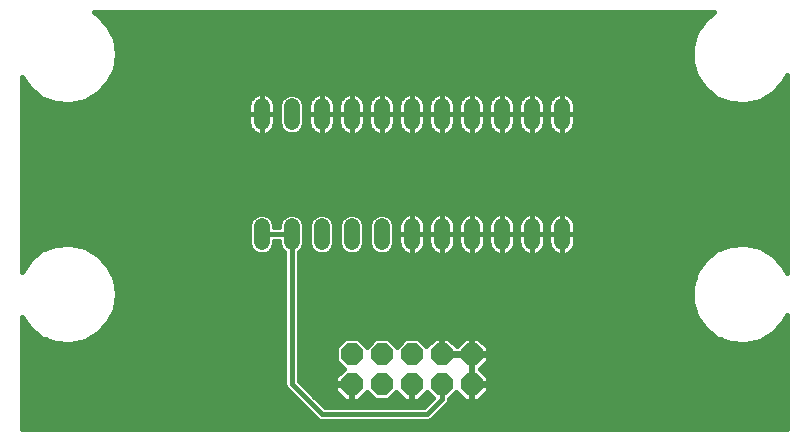
<source format=gbl>
G75*
G70*
%OFA0B0*%
%FSLAX24Y24*%
%IPPOS*%
%LPD*%
%AMOC8*
5,1,8,0,0,1.08239X$1,22.5*
%
%ADD10C,0.0520*%
%ADD11OC8,0.0740*%
%ADD12C,0.0160*%
D10*
X008600Y006840D02*
X008600Y007360D01*
X009600Y007360D02*
X009600Y006840D01*
X010600Y006840D02*
X010600Y007360D01*
X011600Y007360D02*
X011600Y006840D01*
X012600Y006840D02*
X012600Y007360D01*
X013600Y007360D02*
X013600Y006840D01*
X014600Y006840D02*
X014600Y007360D01*
X015600Y007360D02*
X015600Y006840D01*
X016600Y006840D02*
X016600Y007360D01*
X017600Y007360D02*
X017600Y006840D01*
X018600Y006840D02*
X018600Y007360D01*
X018600Y010840D02*
X018600Y011360D01*
X017600Y011360D02*
X017600Y010840D01*
X016600Y010840D02*
X016600Y011360D01*
X015600Y011360D02*
X015600Y010840D01*
X014600Y010840D02*
X014600Y011360D01*
X013600Y011360D02*
X013600Y010840D01*
X012600Y010840D02*
X012600Y011360D01*
X011600Y011360D02*
X011600Y010840D01*
X010600Y010840D02*
X010600Y011360D01*
X009600Y011360D02*
X009600Y010840D01*
X008600Y010840D02*
X008600Y011360D01*
D11*
X011600Y003100D03*
X012600Y003100D03*
X013600Y003100D03*
X014600Y003100D03*
X015600Y003100D03*
X015600Y002100D03*
X014600Y002100D03*
X013600Y002100D03*
X012600Y002100D03*
X011600Y002100D03*
D12*
X000600Y000600D02*
X026100Y000600D01*
X026100Y004386D01*
X025988Y004154D01*
X025988Y004154D01*
X025647Y003787D01*
X025647Y003787D01*
X025214Y003536D01*
X025214Y003536D01*
X024726Y003425D01*
X024726Y003425D01*
X024226Y003462D01*
X024226Y003462D01*
X023760Y003645D01*
X023760Y003645D01*
X023368Y003957D01*
X023368Y003957D01*
X023368Y003957D01*
X023086Y004371D01*
X023086Y004371D01*
X022939Y004850D01*
X022939Y005350D01*
X023086Y005829D01*
X023086Y005829D01*
X023368Y006243D01*
X023368Y006243D01*
X023368Y006243D01*
X023760Y006555D01*
X023760Y006555D01*
X024226Y006738D01*
X024226Y006738D01*
X024726Y006775D01*
X024726Y006775D01*
X025214Y006664D01*
X025214Y006664D01*
X025647Y006413D01*
X025988Y006046D01*
X025988Y006046D01*
X026100Y005814D01*
X026100Y012386D01*
X025988Y012154D01*
X025988Y012154D01*
X025647Y011787D01*
X025647Y011787D01*
X025647Y011787D01*
X025214Y011536D01*
X025214Y011536D01*
X024726Y011425D01*
X024726Y011425D01*
X024226Y011462D01*
X024226Y011462D01*
X023760Y011645D01*
X023760Y011645D01*
X023368Y011957D01*
X023368Y011957D01*
X023368Y011957D01*
X023086Y012371D01*
X023086Y012371D01*
X022939Y012850D01*
X022939Y013350D01*
X023086Y013829D01*
X023086Y013829D01*
X023368Y014243D01*
X023368Y014243D01*
X023368Y014243D01*
X023679Y014490D01*
X003015Y014490D01*
X003147Y014413D01*
X003147Y014413D01*
X003488Y014046D01*
X003488Y014046D01*
X003705Y013595D01*
X003705Y013595D01*
X003780Y013100D01*
X003705Y012605D01*
X003705Y012605D01*
X003488Y012154D01*
X003488Y012154D01*
X003147Y011787D01*
X003147Y011787D01*
X003147Y011787D01*
X002714Y011536D01*
X002714Y011536D01*
X002226Y011425D01*
X002226Y011425D01*
X001726Y011462D01*
X001726Y011462D01*
X001260Y011645D01*
X001260Y011645D01*
X000868Y011957D01*
X000868Y011957D01*
X000868Y011957D01*
X000600Y012351D01*
X000600Y005849D01*
X000868Y006243D01*
X000868Y006243D01*
X001260Y006555D01*
X001260Y006555D01*
X001726Y006738D01*
X001726Y006738D01*
X002226Y006775D01*
X002226Y006775D01*
X002714Y006664D01*
X002714Y006664D01*
X003147Y006413D01*
X003147Y006413D01*
X003488Y006046D01*
X003488Y006046D01*
X003705Y005595D01*
X003705Y005595D01*
X003780Y005100D01*
X003705Y004605D01*
X003705Y004605D01*
X003488Y004154D01*
X003488Y004154D01*
X003147Y003787D01*
X002714Y003536D01*
X002714Y003536D01*
X002226Y003425D01*
X001726Y003462D01*
X001260Y003645D01*
X001260Y003645D01*
X000868Y003957D01*
X000868Y003957D01*
X000868Y003957D01*
X000600Y004351D01*
X000600Y000600D01*
X000600Y000734D02*
X026100Y000734D01*
X026100Y000893D02*
X014226Y000893D01*
X014236Y000897D02*
X014736Y001397D01*
X014803Y001464D01*
X014840Y001552D01*
X014840Y001590D01*
X015086Y001836D01*
X015372Y001550D01*
X015580Y001550D01*
X015580Y002080D01*
X015620Y002080D01*
X015620Y002120D01*
X016150Y002120D01*
X016150Y002328D01*
X015878Y002600D01*
X016150Y002872D01*
X016150Y003080D01*
X015620Y003080D01*
X015620Y003120D01*
X016150Y003120D01*
X016150Y003328D01*
X015828Y003650D01*
X015620Y003650D01*
X015620Y003120D01*
X015580Y003120D01*
X015580Y003650D01*
X015372Y003650D01*
X015100Y003378D01*
X014828Y003650D01*
X014620Y003650D01*
X014620Y003120D01*
X014580Y003120D01*
X014580Y003650D01*
X014372Y003650D01*
X014086Y003364D01*
X013820Y003630D01*
X013380Y003630D01*
X013100Y003350D01*
X012820Y003630D01*
X012380Y003630D01*
X012100Y003350D01*
X011820Y003630D01*
X011380Y003630D01*
X011070Y003320D01*
X011070Y002880D01*
X011336Y002614D01*
X011050Y002328D01*
X011050Y002120D01*
X011580Y002120D01*
X011580Y002080D01*
X011620Y002080D01*
X011620Y001550D01*
X011828Y001550D01*
X012114Y001836D01*
X012380Y001570D01*
X012820Y001570D01*
X013086Y001836D01*
X013372Y001550D01*
X013580Y001550D01*
X013580Y002080D01*
X013620Y002080D01*
X013620Y001550D01*
X013828Y001550D01*
X014114Y001836D01*
X014306Y001645D01*
X014001Y001340D01*
X010699Y001340D01*
X009840Y002199D01*
X009840Y006486D01*
X009956Y006602D01*
X010020Y006756D01*
X010020Y007444D01*
X009956Y007598D01*
X009838Y007716D01*
X009684Y007780D01*
X009516Y007780D01*
X009362Y007716D01*
X009244Y007598D01*
X009180Y007444D01*
X009180Y007340D01*
X009020Y007340D01*
X009020Y007444D01*
X008956Y007598D01*
X008838Y007716D01*
X008684Y007780D01*
X008516Y007780D01*
X008362Y007716D01*
X008244Y007598D01*
X008180Y007444D01*
X008180Y006756D01*
X008244Y006602D01*
X008362Y006484D01*
X008516Y006420D01*
X008684Y006420D01*
X008838Y006484D01*
X008956Y006602D01*
X009020Y006756D01*
X009020Y006860D01*
X009180Y006860D01*
X009180Y006756D01*
X009244Y006602D01*
X009360Y006486D01*
X009360Y002052D01*
X009397Y001964D01*
X010397Y000964D01*
X010464Y000897D01*
X010552Y000860D01*
X014148Y000860D01*
X014236Y000897D01*
X014390Y001051D02*
X026100Y001051D01*
X026100Y001210D02*
X014549Y001210D01*
X014707Y001368D02*
X026100Y001368D01*
X026100Y001527D02*
X014829Y001527D01*
X014935Y001685D02*
X015237Y001685D01*
X015580Y001685D02*
X015620Y001685D01*
X015620Y001550D02*
X015828Y001550D01*
X016150Y001872D01*
X016150Y002080D01*
X015620Y002080D01*
X015620Y001550D01*
X015963Y001685D02*
X026100Y001685D01*
X026100Y001844D02*
X016121Y001844D01*
X016150Y002002D02*
X026100Y002002D01*
X026100Y002161D02*
X016150Y002161D01*
X016150Y002319D02*
X026100Y002319D01*
X026100Y002478D02*
X016000Y002478D01*
X015914Y002636D02*
X026100Y002636D01*
X026100Y002795D02*
X016072Y002795D01*
X016150Y002953D02*
X026100Y002953D01*
X026100Y003112D02*
X015620Y003112D01*
X015620Y003080D02*
X015620Y002120D01*
X015580Y002120D01*
X015580Y002650D01*
X015580Y003080D01*
X015620Y003080D01*
X015580Y003080D02*
X015150Y003080D01*
X014620Y003080D01*
X014620Y003120D01*
X015580Y003120D01*
X015580Y003080D01*
X015580Y003112D02*
X014620Y003112D01*
X014620Y003270D02*
X014580Y003270D01*
X014580Y003429D02*
X014620Y003429D01*
X014620Y003587D02*
X014580Y003587D01*
X014309Y003587D02*
X013863Y003587D01*
X014021Y003429D02*
X014151Y003429D01*
X014891Y003587D02*
X015309Y003587D01*
X015151Y003429D02*
X015049Y003429D01*
X015580Y003429D02*
X015620Y003429D01*
X015620Y003587D02*
X015580Y003587D01*
X015891Y003587D02*
X023908Y003587D01*
X023634Y003746D02*
X009840Y003746D01*
X009840Y003904D02*
X023435Y003904D01*
X023297Y004063D02*
X009840Y004063D01*
X009360Y004063D02*
X003404Y004063D01*
X003256Y003904D02*
X009360Y003904D01*
X009360Y003746D02*
X003076Y003746D01*
X002802Y003587D02*
X009360Y003587D01*
X009360Y003429D02*
X002242Y003429D01*
X002175Y003429D02*
X000600Y003429D01*
X000600Y003587D02*
X001408Y003587D01*
X001134Y003746D02*
X000600Y003746D01*
X000600Y003904D02*
X000935Y003904D01*
X000797Y004063D02*
X000600Y004063D01*
X000600Y004221D02*
X000689Y004221D01*
X000600Y003270D02*
X009360Y003270D01*
X009360Y003112D02*
X000600Y003112D01*
X000600Y002953D02*
X009360Y002953D01*
X009360Y002795D02*
X000600Y002795D01*
X000600Y002636D02*
X009360Y002636D01*
X009360Y002478D02*
X000600Y002478D01*
X000600Y002319D02*
X009360Y002319D01*
X009360Y002161D02*
X000600Y002161D01*
X000600Y002002D02*
X009381Y002002D01*
X009517Y001844D02*
X000600Y001844D01*
X000600Y001685D02*
X009676Y001685D01*
X009834Y001527D02*
X000600Y001527D01*
X000600Y001368D02*
X009993Y001368D01*
X010151Y001210D02*
X000600Y001210D01*
X000600Y001051D02*
X010310Y001051D01*
X010474Y000893D02*
X000600Y000893D01*
X003521Y004221D02*
X009360Y004221D01*
X009360Y004380D02*
X003597Y004380D01*
X003673Y004538D02*
X009360Y004538D01*
X009360Y004697D02*
X003719Y004697D01*
X003743Y004855D02*
X009360Y004855D01*
X009360Y005014D02*
X003767Y005014D01*
X003769Y005172D02*
X009360Y005172D01*
X009360Y005331D02*
X003745Y005331D01*
X003721Y005489D02*
X009360Y005489D01*
X009360Y005648D02*
X003680Y005648D01*
X003604Y005806D02*
X009360Y005806D01*
X009360Y005965D02*
X003528Y005965D01*
X003417Y006123D02*
X009360Y006123D01*
X009360Y006282D02*
X003270Y006282D01*
X003102Y006440D02*
X008468Y006440D01*
X008732Y006440D02*
X009360Y006440D01*
X009248Y006599D02*
X008952Y006599D01*
X009020Y006757D02*
X009180Y006757D01*
X009840Y006440D02*
X010468Y006440D01*
X010516Y006420D02*
X010684Y006420D01*
X010838Y006484D01*
X010956Y006602D01*
X011020Y006756D01*
X011020Y007444D01*
X010956Y007598D01*
X010838Y007716D01*
X010684Y007780D01*
X010516Y007780D01*
X010362Y007716D01*
X010244Y007598D01*
X010180Y007444D01*
X010180Y006756D01*
X010244Y006602D01*
X010362Y006484D01*
X010516Y006420D01*
X010732Y006440D02*
X011468Y006440D01*
X011516Y006420D02*
X011362Y006484D01*
X011244Y006602D01*
X011180Y006756D01*
X011180Y007444D01*
X011244Y007598D01*
X011362Y007716D01*
X011516Y007780D01*
X011684Y007780D01*
X011838Y007716D01*
X011956Y007598D01*
X012020Y007444D01*
X012020Y006756D01*
X011956Y006602D01*
X011838Y006484D01*
X011684Y006420D01*
X011516Y006420D01*
X011732Y006440D02*
X012468Y006440D01*
X012516Y006420D02*
X012684Y006420D01*
X012838Y006484D01*
X012956Y006602D01*
X013020Y006756D01*
X013020Y007444D01*
X012956Y007598D01*
X012838Y007716D01*
X012684Y007780D01*
X012516Y007780D01*
X012362Y007716D01*
X012244Y007598D01*
X012180Y007444D01*
X012180Y006756D01*
X012244Y006602D01*
X012362Y006484D01*
X012516Y006420D01*
X012732Y006440D02*
X013416Y006440D01*
X013431Y006432D02*
X013497Y006411D01*
X013565Y006400D01*
X013600Y006400D01*
X013635Y006400D01*
X013703Y006411D01*
X013769Y006432D01*
X013831Y006464D01*
X013887Y006504D01*
X013936Y006553D01*
X013976Y006609D01*
X014008Y006671D01*
X014029Y006737D01*
X014040Y006805D01*
X014040Y007100D01*
X014040Y007395D01*
X014029Y007463D01*
X014008Y007529D01*
X013976Y007591D01*
X013936Y007647D01*
X013887Y007696D01*
X013831Y007736D01*
X013769Y007768D01*
X013703Y007789D01*
X013635Y007800D01*
X013600Y007800D01*
X013600Y007100D01*
X014040Y007100D01*
X013600Y007100D01*
X013600Y007100D01*
X013600Y007100D01*
X013600Y006400D01*
X013600Y007100D01*
X013600Y007100D01*
X013600Y007100D01*
X013160Y007100D01*
X013160Y007395D01*
X013171Y007463D01*
X013192Y007529D01*
X013224Y007591D01*
X013264Y007647D01*
X013313Y007696D01*
X013369Y007736D01*
X013431Y007768D01*
X013497Y007789D01*
X013565Y007800D01*
X013600Y007800D01*
X013600Y007100D01*
X013160Y007100D01*
X013160Y006805D01*
X013171Y006737D01*
X013192Y006671D01*
X013224Y006609D01*
X013264Y006553D01*
X013313Y006504D01*
X013369Y006464D01*
X013431Y006432D01*
X013600Y006440D02*
X013600Y006440D01*
X013600Y006599D02*
X013600Y006599D01*
X013600Y006757D02*
X013600Y006757D01*
X013600Y006916D02*
X013600Y006916D01*
X013600Y007074D02*
X013600Y007074D01*
X013600Y007233D02*
X013600Y007233D01*
X013160Y007233D02*
X013020Y007233D01*
X013020Y007074D02*
X013160Y007074D01*
X013160Y006916D02*
X013020Y006916D01*
X013020Y006757D02*
X013168Y006757D01*
X013232Y006599D02*
X012952Y006599D01*
X012248Y006599D02*
X011952Y006599D01*
X012020Y006757D02*
X012180Y006757D01*
X012180Y006916D02*
X012020Y006916D01*
X012020Y007074D02*
X012180Y007074D01*
X012180Y007233D02*
X012020Y007233D01*
X012020Y007391D02*
X012180Y007391D01*
X012224Y007550D02*
X011976Y007550D01*
X011846Y007708D02*
X012354Y007708D01*
X012846Y007708D02*
X013330Y007708D01*
X013203Y007550D02*
X012976Y007550D01*
X013020Y007391D02*
X013160Y007391D01*
X013600Y007391D02*
X013600Y007391D01*
X013600Y007550D02*
X013600Y007550D01*
X013600Y007708D02*
X013600Y007708D01*
X013870Y007708D02*
X014330Y007708D01*
X014313Y007696D02*
X014264Y007647D01*
X014224Y007591D01*
X014192Y007529D01*
X014171Y007463D01*
X014160Y007395D01*
X014160Y007100D01*
X014600Y007100D01*
X015040Y007100D01*
X015040Y007395D01*
X015029Y007463D01*
X015008Y007529D01*
X014976Y007591D01*
X014936Y007647D01*
X014887Y007696D01*
X014831Y007736D01*
X014769Y007768D01*
X014703Y007789D01*
X014635Y007800D01*
X014600Y007800D01*
X014600Y007100D01*
X014600Y007100D01*
X014600Y007100D01*
X015040Y007100D01*
X015040Y006805D01*
X015029Y006737D01*
X015008Y006671D01*
X014976Y006609D01*
X014936Y006553D01*
X014887Y006504D01*
X014831Y006464D01*
X014769Y006432D01*
X014703Y006411D01*
X014635Y006400D01*
X014600Y006400D01*
X014600Y007100D01*
X014600Y007100D01*
X014600Y007100D01*
X014600Y007800D01*
X014565Y007800D01*
X014497Y007789D01*
X014431Y007768D01*
X014369Y007736D01*
X014313Y007696D01*
X014203Y007550D02*
X013997Y007550D01*
X014040Y007391D02*
X014160Y007391D01*
X014600Y007391D02*
X014600Y007391D01*
X014600Y007550D02*
X014600Y007550D01*
X014600Y007708D02*
X014600Y007708D01*
X014870Y007708D02*
X015330Y007708D01*
X015313Y007696D02*
X015264Y007647D01*
X015224Y007591D01*
X015192Y007529D01*
X015171Y007463D01*
X015160Y007395D01*
X015160Y007100D01*
X015600Y007100D01*
X016040Y007100D01*
X016040Y007395D01*
X016029Y007463D01*
X016008Y007529D01*
X015976Y007591D01*
X015936Y007647D01*
X015887Y007696D01*
X015831Y007736D01*
X015769Y007768D01*
X015703Y007789D01*
X015635Y007800D01*
X015600Y007800D01*
X015600Y007100D01*
X015600Y007100D01*
X015600Y007100D01*
X016040Y007100D01*
X016040Y006805D01*
X016029Y006737D01*
X016008Y006671D01*
X015976Y006609D01*
X015936Y006553D01*
X015887Y006504D01*
X015831Y006464D01*
X015769Y006432D01*
X015703Y006411D01*
X015635Y006400D01*
X015600Y006400D01*
X015600Y007100D01*
X015600Y007100D01*
X015600Y007100D01*
X015600Y007800D01*
X015565Y007800D01*
X015497Y007789D01*
X015431Y007768D01*
X015369Y007736D01*
X015313Y007696D01*
X015203Y007550D02*
X014997Y007550D01*
X015040Y007391D02*
X015160Y007391D01*
X015160Y007233D02*
X015040Y007233D01*
X015040Y007074D02*
X015160Y007074D01*
X015160Y007100D02*
X015160Y006805D01*
X015171Y006737D01*
X015192Y006671D01*
X015224Y006609D01*
X015264Y006553D01*
X015313Y006504D01*
X015369Y006464D01*
X015431Y006432D01*
X015497Y006411D01*
X015565Y006400D01*
X015600Y006400D01*
X015600Y007100D01*
X015160Y007100D01*
X015160Y006916D02*
X015040Y006916D01*
X015032Y006757D02*
X015168Y006757D01*
X015232Y006599D02*
X014968Y006599D01*
X014784Y006440D02*
X015416Y006440D01*
X015600Y006440D02*
X015600Y006440D01*
X015600Y006599D02*
X015600Y006599D01*
X015600Y006757D02*
X015600Y006757D01*
X015600Y006916D02*
X015600Y006916D01*
X015600Y007074D02*
X015600Y007074D01*
X015600Y007233D02*
X015600Y007233D01*
X015600Y007391D02*
X015600Y007391D01*
X015600Y007550D02*
X015600Y007550D01*
X015600Y007708D02*
X015600Y007708D01*
X015870Y007708D02*
X016330Y007708D01*
X016313Y007696D02*
X016264Y007647D01*
X016224Y007591D01*
X016192Y007529D01*
X016171Y007463D01*
X016160Y007395D01*
X016160Y007100D01*
X016600Y007100D01*
X017040Y007100D01*
X017040Y007395D01*
X017029Y007463D01*
X017008Y007529D01*
X016976Y007591D01*
X016936Y007647D01*
X016887Y007696D01*
X016831Y007736D01*
X016769Y007768D01*
X016703Y007789D01*
X016635Y007800D01*
X016600Y007800D01*
X016600Y007100D01*
X016600Y007100D01*
X016600Y007100D01*
X017040Y007100D01*
X017040Y006805D01*
X017029Y006737D01*
X017008Y006671D01*
X016976Y006609D01*
X016936Y006553D01*
X016887Y006504D01*
X016831Y006464D01*
X016769Y006432D01*
X016703Y006411D01*
X016635Y006400D01*
X016600Y006400D01*
X016600Y007100D01*
X016600Y007100D01*
X016600Y007100D01*
X016600Y007800D01*
X016565Y007800D01*
X016497Y007789D01*
X016431Y007768D01*
X016369Y007736D01*
X016313Y007696D01*
X016203Y007550D02*
X015997Y007550D01*
X016040Y007391D02*
X016160Y007391D01*
X016160Y007233D02*
X016040Y007233D01*
X016040Y007074D02*
X016160Y007074D01*
X016160Y007100D02*
X016160Y006805D01*
X016171Y006737D01*
X016192Y006671D01*
X016224Y006609D01*
X016264Y006553D01*
X016313Y006504D01*
X016369Y006464D01*
X016431Y006432D01*
X016497Y006411D01*
X016565Y006400D01*
X016600Y006400D01*
X016600Y007100D01*
X016160Y007100D01*
X016160Y006916D02*
X016040Y006916D01*
X016032Y006757D02*
X016168Y006757D01*
X016232Y006599D02*
X015968Y006599D01*
X015784Y006440D02*
X016416Y006440D01*
X016600Y006440D02*
X016600Y006440D01*
X016600Y006599D02*
X016600Y006599D01*
X016600Y006757D02*
X016600Y006757D01*
X016600Y006916D02*
X016600Y006916D01*
X016600Y007074D02*
X016600Y007074D01*
X016600Y007233D02*
X016600Y007233D01*
X017040Y007233D02*
X017160Y007233D01*
X017160Y007100D02*
X017600Y007100D01*
X018040Y007100D01*
X018040Y007395D01*
X018029Y007463D01*
X018008Y007529D01*
X017976Y007591D01*
X017936Y007647D01*
X017887Y007696D01*
X017831Y007736D01*
X017769Y007768D01*
X017703Y007789D01*
X017635Y007800D01*
X017600Y007800D01*
X017600Y007100D01*
X017600Y007100D01*
X017600Y007100D01*
X018040Y007100D01*
X018040Y006805D01*
X018029Y006737D01*
X018008Y006671D01*
X017976Y006609D01*
X017936Y006553D01*
X017887Y006504D01*
X017831Y006464D01*
X017769Y006432D01*
X017703Y006411D01*
X017635Y006400D01*
X017600Y006400D01*
X017600Y007100D01*
X017600Y007100D01*
X017600Y007100D01*
X017600Y007800D01*
X017565Y007800D01*
X017497Y007789D01*
X017431Y007768D01*
X017369Y007736D01*
X017313Y007696D01*
X017264Y007647D01*
X017224Y007591D01*
X017192Y007529D01*
X017171Y007463D01*
X017160Y007395D01*
X017160Y007100D01*
X017160Y006805D01*
X017171Y006737D01*
X017192Y006671D01*
X017224Y006609D01*
X017264Y006553D01*
X017313Y006504D01*
X017369Y006464D01*
X017431Y006432D01*
X017497Y006411D01*
X017565Y006400D01*
X017600Y006400D01*
X017600Y007100D01*
X017160Y007100D01*
X017160Y007074D02*
X017040Y007074D01*
X017040Y006916D02*
X017160Y006916D01*
X017168Y006757D02*
X017032Y006757D01*
X016968Y006599D02*
X017232Y006599D01*
X017416Y006440D02*
X016784Y006440D01*
X017600Y006440D02*
X017600Y006440D01*
X017600Y006599D02*
X017600Y006599D01*
X017600Y006757D02*
X017600Y006757D01*
X017600Y006916D02*
X017600Y006916D01*
X017600Y007074D02*
X017600Y007074D01*
X017600Y007233D02*
X017600Y007233D01*
X017600Y007391D02*
X017600Y007391D01*
X017600Y007550D02*
X017600Y007550D01*
X017600Y007708D02*
X017600Y007708D01*
X017330Y007708D02*
X016870Y007708D01*
X016997Y007550D02*
X017203Y007550D01*
X017160Y007391D02*
X017040Y007391D01*
X016600Y007391D02*
X016600Y007391D01*
X016600Y007550D02*
X016600Y007550D01*
X016600Y007708D02*
X016600Y007708D01*
X017870Y007708D02*
X018330Y007708D01*
X018313Y007696D02*
X018264Y007647D01*
X018224Y007591D01*
X018192Y007529D01*
X018171Y007463D01*
X018160Y007395D01*
X018160Y007100D01*
X018600Y007100D01*
X019040Y007100D01*
X019040Y007395D01*
X019029Y007463D01*
X019008Y007529D01*
X018976Y007591D01*
X018936Y007647D01*
X018887Y007696D01*
X018831Y007736D01*
X018769Y007768D01*
X018703Y007789D01*
X018635Y007800D01*
X018600Y007800D01*
X018600Y007100D01*
X018600Y007100D01*
X018600Y007100D01*
X019040Y007100D01*
X019040Y006805D01*
X019029Y006737D01*
X019008Y006671D01*
X018976Y006609D01*
X018936Y006553D01*
X018887Y006504D01*
X018831Y006464D01*
X018769Y006432D01*
X018703Y006411D01*
X018635Y006400D01*
X018600Y006400D01*
X018600Y007100D01*
X018600Y007100D01*
X018600Y007100D01*
X018600Y007800D01*
X018565Y007800D01*
X018497Y007789D01*
X018431Y007768D01*
X018369Y007736D01*
X018313Y007696D01*
X018203Y007550D02*
X017997Y007550D01*
X018040Y007391D02*
X018160Y007391D01*
X018600Y007391D02*
X018600Y007391D01*
X018600Y007550D02*
X018600Y007550D01*
X018600Y007708D02*
X018600Y007708D01*
X018870Y007708D02*
X026100Y007708D01*
X026100Y007550D02*
X018997Y007550D01*
X019040Y007391D02*
X026100Y007391D01*
X026100Y007233D02*
X019040Y007233D01*
X019040Y007074D02*
X026100Y007074D01*
X026100Y006916D02*
X019040Y006916D01*
X019032Y006757D02*
X024481Y006757D01*
X024806Y006757D02*
X026100Y006757D01*
X026100Y006599D02*
X025327Y006599D01*
X025602Y006440D02*
X026100Y006440D01*
X026100Y006282D02*
X025770Y006282D01*
X025917Y006123D02*
X026100Y006123D01*
X026100Y005965D02*
X026028Y005965D01*
X023871Y006599D02*
X018968Y006599D01*
X018784Y006440D02*
X023616Y006440D01*
X023417Y006282D02*
X009840Y006282D01*
X009840Y006123D02*
X023287Y006123D01*
X023179Y005965D02*
X009840Y005965D01*
X009840Y005806D02*
X023079Y005806D01*
X023030Y005648D02*
X009840Y005648D01*
X009840Y005489D02*
X022982Y005489D01*
X022939Y005331D02*
X009840Y005331D01*
X009840Y005172D02*
X022939Y005172D01*
X022939Y005014D02*
X009840Y005014D01*
X009840Y004855D02*
X022939Y004855D01*
X022986Y004697D02*
X009840Y004697D01*
X009840Y004538D02*
X023035Y004538D01*
X023084Y004380D02*
X009840Y004380D01*
X009840Y004221D02*
X023189Y004221D01*
X024675Y003429D02*
X016049Y003429D01*
X016150Y003270D02*
X026100Y003270D01*
X026100Y003429D02*
X024742Y003429D01*
X025302Y003587D02*
X026100Y003587D01*
X026100Y003746D02*
X025576Y003746D01*
X025756Y003904D02*
X026100Y003904D01*
X026100Y004063D02*
X025904Y004063D01*
X026021Y004221D02*
X026100Y004221D01*
X026097Y004380D02*
X026100Y004380D01*
X026100Y007867D02*
X000600Y007867D01*
X000600Y008025D02*
X026100Y008025D01*
X026100Y008184D02*
X000600Y008184D01*
X000600Y008342D02*
X026100Y008342D01*
X026100Y008501D02*
X000600Y008501D01*
X000600Y008659D02*
X026100Y008659D01*
X026100Y008818D02*
X000600Y008818D01*
X000600Y008976D02*
X026100Y008976D01*
X026100Y009135D02*
X000600Y009135D01*
X000600Y009293D02*
X026100Y009293D01*
X026100Y009452D02*
X000600Y009452D01*
X000600Y009610D02*
X026100Y009610D01*
X026100Y009769D02*
X000600Y009769D01*
X000600Y009927D02*
X026100Y009927D01*
X026100Y010086D02*
X000600Y010086D01*
X000600Y010244D02*
X026100Y010244D01*
X026100Y010403D02*
X018651Y010403D01*
X018635Y010400D02*
X018703Y010411D01*
X018769Y010432D01*
X018831Y010464D01*
X018887Y010504D01*
X018936Y010553D01*
X018976Y010609D01*
X019008Y010671D01*
X019029Y010737D01*
X019040Y010805D01*
X019040Y011100D01*
X019040Y011395D01*
X019029Y011463D01*
X019008Y011529D01*
X018976Y011591D01*
X018936Y011647D01*
X018887Y011696D01*
X018831Y011736D01*
X018769Y011768D01*
X018703Y011789D01*
X018635Y011800D01*
X018600Y011800D01*
X018600Y011100D01*
X019040Y011100D01*
X018600Y011100D01*
X018600Y011100D01*
X018600Y011100D01*
X018600Y010400D01*
X018635Y010400D01*
X018600Y010400D02*
X018600Y011100D01*
X018600Y011100D01*
X018600Y011100D01*
X018160Y011100D01*
X018160Y011395D01*
X018171Y011463D01*
X018192Y011529D01*
X018224Y011591D01*
X018264Y011647D01*
X018313Y011696D01*
X018369Y011736D01*
X018431Y011768D01*
X018497Y011789D01*
X018565Y011800D01*
X018600Y011800D01*
X018600Y011100D01*
X018160Y011100D01*
X018160Y010805D01*
X018171Y010737D01*
X018192Y010671D01*
X018224Y010609D01*
X018264Y010553D01*
X018313Y010504D01*
X018369Y010464D01*
X018431Y010432D01*
X018497Y010411D01*
X018565Y010400D01*
X018600Y010400D01*
X018600Y010403D02*
X018600Y010403D01*
X018549Y010403D02*
X017651Y010403D01*
X017635Y010400D02*
X017703Y010411D01*
X017769Y010432D01*
X017831Y010464D01*
X017887Y010504D01*
X017936Y010553D01*
X017976Y010609D01*
X018008Y010671D01*
X018029Y010737D01*
X018040Y010805D01*
X018040Y011100D01*
X018040Y011395D01*
X018029Y011463D01*
X018008Y011529D01*
X017976Y011591D01*
X017936Y011647D01*
X017887Y011696D01*
X017831Y011736D01*
X017769Y011768D01*
X017703Y011789D01*
X017635Y011800D01*
X017600Y011800D01*
X017600Y011100D01*
X018040Y011100D01*
X017600Y011100D01*
X017600Y011100D01*
X017600Y011100D01*
X017600Y010400D01*
X017635Y010400D01*
X017600Y010400D02*
X017600Y011100D01*
X017600Y011100D01*
X017600Y011100D01*
X017160Y011100D01*
X017160Y011395D01*
X017171Y011463D01*
X017192Y011529D01*
X017224Y011591D01*
X017264Y011647D01*
X017313Y011696D01*
X017369Y011736D01*
X017431Y011768D01*
X017497Y011789D01*
X017565Y011800D01*
X017600Y011800D01*
X017600Y011100D01*
X017160Y011100D01*
X017160Y010805D01*
X017171Y010737D01*
X017192Y010671D01*
X017224Y010609D01*
X017264Y010553D01*
X017313Y010504D01*
X017369Y010464D01*
X017431Y010432D01*
X017497Y010411D01*
X017565Y010400D01*
X017600Y010400D01*
X017600Y010403D02*
X017600Y010403D01*
X017549Y010403D02*
X016651Y010403D01*
X016635Y010400D02*
X016703Y010411D01*
X016769Y010432D01*
X016831Y010464D01*
X016887Y010504D01*
X016936Y010553D01*
X016976Y010609D01*
X017008Y010671D01*
X017029Y010737D01*
X017040Y010805D01*
X017040Y011100D01*
X017040Y011395D01*
X017029Y011463D01*
X017008Y011529D01*
X016976Y011591D01*
X016936Y011647D01*
X016887Y011696D01*
X016831Y011736D01*
X016769Y011768D01*
X016703Y011789D01*
X016635Y011800D01*
X016600Y011800D01*
X016600Y011100D01*
X017040Y011100D01*
X016600Y011100D01*
X016600Y011100D01*
X016600Y011100D01*
X016600Y010400D01*
X016635Y010400D01*
X016600Y010400D02*
X016600Y011100D01*
X016600Y011100D01*
X016600Y011100D01*
X016160Y011100D01*
X016160Y011395D01*
X016171Y011463D01*
X016192Y011529D01*
X016224Y011591D01*
X016264Y011647D01*
X016313Y011696D01*
X016369Y011736D01*
X016431Y011768D01*
X016497Y011789D01*
X016565Y011800D01*
X016600Y011800D01*
X016600Y011100D01*
X016160Y011100D01*
X016160Y010805D01*
X016171Y010737D01*
X016192Y010671D01*
X016224Y010609D01*
X016264Y010553D01*
X016313Y010504D01*
X016369Y010464D01*
X016431Y010432D01*
X016497Y010411D01*
X016565Y010400D01*
X016600Y010400D01*
X016600Y010403D02*
X016600Y010403D01*
X016549Y010403D02*
X015651Y010403D01*
X015635Y010400D02*
X015703Y010411D01*
X015769Y010432D01*
X015831Y010464D01*
X015887Y010504D01*
X015936Y010553D01*
X015976Y010609D01*
X016008Y010671D01*
X016029Y010737D01*
X016040Y010805D01*
X016040Y011100D01*
X016040Y011395D01*
X016029Y011463D01*
X016008Y011529D01*
X015976Y011591D01*
X015936Y011647D01*
X015887Y011696D01*
X015831Y011736D01*
X015769Y011768D01*
X015703Y011789D01*
X015635Y011800D01*
X015600Y011800D01*
X015600Y011100D01*
X016040Y011100D01*
X015600Y011100D01*
X015600Y011100D01*
X015600Y011100D01*
X015600Y010400D01*
X015635Y010400D01*
X015600Y010400D02*
X015600Y011100D01*
X015600Y011100D01*
X015600Y011100D01*
X015160Y011100D01*
X015160Y011395D01*
X015171Y011463D01*
X015192Y011529D01*
X015224Y011591D01*
X015264Y011647D01*
X015313Y011696D01*
X015369Y011736D01*
X015431Y011768D01*
X015497Y011789D01*
X015565Y011800D01*
X015600Y011800D01*
X015600Y011100D01*
X015160Y011100D01*
X015160Y010805D01*
X015171Y010737D01*
X015192Y010671D01*
X015224Y010609D01*
X015264Y010553D01*
X015313Y010504D01*
X015369Y010464D01*
X015431Y010432D01*
X015497Y010411D01*
X015565Y010400D01*
X015600Y010400D01*
X015600Y010403D02*
X015600Y010403D01*
X015549Y010403D02*
X014651Y010403D01*
X014635Y010400D02*
X014703Y010411D01*
X014769Y010432D01*
X014831Y010464D01*
X014887Y010504D01*
X014936Y010553D01*
X014976Y010609D01*
X015008Y010671D01*
X015029Y010737D01*
X015040Y010805D01*
X015040Y011100D01*
X015040Y011395D01*
X015029Y011463D01*
X015008Y011529D01*
X014976Y011591D01*
X014936Y011647D01*
X014887Y011696D01*
X014831Y011736D01*
X014769Y011768D01*
X014703Y011789D01*
X014635Y011800D01*
X014600Y011800D01*
X014600Y011100D01*
X015040Y011100D01*
X014600Y011100D01*
X014600Y011100D01*
X014600Y011100D01*
X014600Y010400D01*
X014635Y010400D01*
X014600Y010400D02*
X014600Y011100D01*
X014600Y011100D01*
X014600Y011100D01*
X014160Y011100D01*
X014160Y011395D01*
X014171Y011463D01*
X014192Y011529D01*
X014224Y011591D01*
X014264Y011647D01*
X014313Y011696D01*
X014369Y011736D01*
X014431Y011768D01*
X014497Y011789D01*
X014565Y011800D01*
X014600Y011800D01*
X014600Y011100D01*
X014160Y011100D01*
X014160Y010805D01*
X014171Y010737D01*
X014192Y010671D01*
X014224Y010609D01*
X014264Y010553D01*
X014313Y010504D01*
X014369Y010464D01*
X014431Y010432D01*
X014497Y010411D01*
X014565Y010400D01*
X014600Y010400D01*
X014600Y010403D02*
X014600Y010403D01*
X014549Y010403D02*
X013651Y010403D01*
X013635Y010400D02*
X013703Y010411D01*
X013769Y010432D01*
X013831Y010464D01*
X013887Y010504D01*
X013936Y010553D01*
X013976Y010609D01*
X014008Y010671D01*
X014029Y010737D01*
X014040Y010805D01*
X014040Y011100D01*
X014040Y011395D01*
X014029Y011463D01*
X014008Y011529D01*
X013976Y011591D01*
X013936Y011647D01*
X013887Y011696D01*
X013831Y011736D01*
X013769Y011768D01*
X013703Y011789D01*
X013635Y011800D01*
X013600Y011800D01*
X013600Y011100D01*
X014040Y011100D01*
X013600Y011100D01*
X013600Y011100D01*
X013600Y011100D01*
X013600Y010400D01*
X013635Y010400D01*
X013600Y010400D02*
X013600Y011100D01*
X013600Y011100D01*
X013600Y011100D01*
X013160Y011100D01*
X013160Y011395D01*
X013171Y011463D01*
X013192Y011529D01*
X013224Y011591D01*
X013264Y011647D01*
X013313Y011696D01*
X013369Y011736D01*
X013431Y011768D01*
X013497Y011789D01*
X013565Y011800D01*
X013600Y011800D01*
X013600Y011100D01*
X013160Y011100D01*
X013160Y010805D01*
X013171Y010737D01*
X013192Y010671D01*
X013224Y010609D01*
X013264Y010553D01*
X013313Y010504D01*
X013369Y010464D01*
X013431Y010432D01*
X013497Y010411D01*
X013565Y010400D01*
X013600Y010400D01*
X013600Y010403D02*
X013600Y010403D01*
X013549Y010403D02*
X012651Y010403D01*
X012635Y010400D02*
X012703Y010411D01*
X012769Y010432D01*
X012831Y010464D01*
X012887Y010504D01*
X012936Y010553D01*
X012976Y010609D01*
X013008Y010671D01*
X013029Y010737D01*
X013040Y010805D01*
X013040Y011100D01*
X013040Y011395D01*
X013029Y011463D01*
X013008Y011529D01*
X012976Y011591D01*
X012936Y011647D01*
X012887Y011696D01*
X012831Y011736D01*
X012769Y011768D01*
X012703Y011789D01*
X012635Y011800D01*
X012600Y011800D01*
X012600Y011100D01*
X013040Y011100D01*
X012600Y011100D01*
X012600Y011100D01*
X012600Y011100D01*
X012600Y010400D01*
X012635Y010400D01*
X012600Y010400D02*
X012600Y011100D01*
X012600Y011100D01*
X012600Y011100D01*
X012160Y011100D01*
X012160Y011395D01*
X012171Y011463D01*
X012192Y011529D01*
X012224Y011591D01*
X012264Y011647D01*
X012313Y011696D01*
X012369Y011736D01*
X012431Y011768D01*
X012497Y011789D01*
X012565Y011800D01*
X012600Y011800D01*
X012600Y011100D01*
X012160Y011100D01*
X012160Y010805D01*
X012171Y010737D01*
X012192Y010671D01*
X012224Y010609D01*
X012264Y010553D01*
X012313Y010504D01*
X012369Y010464D01*
X012431Y010432D01*
X012497Y010411D01*
X012565Y010400D01*
X012600Y010400D01*
X012600Y010403D02*
X012600Y010403D01*
X012549Y010403D02*
X011651Y010403D01*
X011635Y010400D02*
X011703Y010411D01*
X011769Y010432D01*
X011831Y010464D01*
X011887Y010504D01*
X011936Y010553D01*
X011976Y010609D01*
X012008Y010671D01*
X012029Y010737D01*
X012040Y010805D01*
X012040Y011100D01*
X012040Y011395D01*
X012029Y011463D01*
X012008Y011529D01*
X011976Y011591D01*
X011936Y011647D01*
X011887Y011696D01*
X011831Y011736D01*
X011769Y011768D01*
X011703Y011789D01*
X011635Y011800D01*
X011600Y011800D01*
X011600Y011100D01*
X012040Y011100D01*
X011600Y011100D01*
X011600Y011100D01*
X011600Y011100D01*
X011600Y010400D01*
X011635Y010400D01*
X011600Y010400D02*
X011600Y011100D01*
X011600Y011100D01*
X011600Y011100D01*
X011160Y011100D01*
X011160Y011395D01*
X011171Y011463D01*
X011192Y011529D01*
X011224Y011591D01*
X011264Y011647D01*
X011313Y011696D01*
X011369Y011736D01*
X011431Y011768D01*
X011497Y011789D01*
X011565Y011800D01*
X011600Y011800D01*
X011600Y011100D01*
X011160Y011100D01*
X011160Y010805D01*
X011171Y010737D01*
X011192Y010671D01*
X011224Y010609D01*
X011264Y010553D01*
X011313Y010504D01*
X011369Y010464D01*
X011431Y010432D01*
X011497Y010411D01*
X011565Y010400D01*
X011600Y010400D01*
X011600Y010403D02*
X011600Y010403D01*
X011549Y010403D02*
X010651Y010403D01*
X010635Y010400D02*
X010703Y010411D01*
X010769Y010432D01*
X010831Y010464D01*
X010887Y010504D01*
X010936Y010553D01*
X010976Y010609D01*
X011008Y010671D01*
X011029Y010737D01*
X011040Y010805D01*
X011040Y011100D01*
X011040Y011395D01*
X011029Y011463D01*
X011008Y011529D01*
X010976Y011591D01*
X010936Y011647D01*
X010887Y011696D01*
X010831Y011736D01*
X010769Y011768D01*
X010703Y011789D01*
X010635Y011800D01*
X010600Y011800D01*
X010600Y011100D01*
X011040Y011100D01*
X010600Y011100D01*
X010600Y011100D01*
X010600Y011100D01*
X010600Y010400D01*
X010635Y010400D01*
X010600Y010400D02*
X010600Y011100D01*
X010600Y011100D01*
X010600Y011100D01*
X010160Y011100D01*
X010160Y011395D01*
X010171Y011463D01*
X010192Y011529D01*
X010224Y011591D01*
X010264Y011647D01*
X010313Y011696D01*
X010369Y011736D01*
X010431Y011768D01*
X010497Y011789D01*
X010565Y011800D01*
X010600Y011800D01*
X010600Y011100D01*
X010160Y011100D01*
X010160Y010805D01*
X010171Y010737D01*
X010192Y010671D01*
X010224Y010609D01*
X010264Y010553D01*
X010313Y010504D01*
X010369Y010464D01*
X010431Y010432D01*
X010497Y010411D01*
X010565Y010400D01*
X010600Y010400D01*
X010600Y010403D02*
X010600Y010403D01*
X010549Y010403D02*
X008651Y010403D01*
X008635Y010400D02*
X008703Y010411D01*
X008769Y010432D01*
X008831Y010464D01*
X008887Y010504D01*
X008936Y010553D01*
X008976Y010609D01*
X009008Y010671D01*
X009029Y010737D01*
X009040Y010805D01*
X009040Y011100D01*
X009040Y011395D01*
X009029Y011463D01*
X009008Y011529D01*
X008976Y011591D01*
X008936Y011647D01*
X008887Y011696D01*
X008831Y011736D01*
X008769Y011768D01*
X008703Y011789D01*
X008635Y011800D01*
X008600Y011800D01*
X008600Y011100D01*
X009040Y011100D01*
X008600Y011100D01*
X008600Y011100D01*
X008600Y011100D01*
X008600Y010400D01*
X008635Y010400D01*
X008600Y010400D02*
X008600Y011100D01*
X008600Y011100D01*
X008600Y011100D01*
X008160Y011100D01*
X008160Y011395D01*
X008171Y011463D01*
X008192Y011529D01*
X008224Y011591D01*
X008264Y011647D01*
X008313Y011696D01*
X008369Y011736D01*
X008431Y011768D01*
X008497Y011789D01*
X008565Y011800D01*
X008600Y011800D01*
X008600Y011100D01*
X008160Y011100D01*
X008160Y010805D01*
X008171Y010737D01*
X008192Y010671D01*
X008224Y010609D01*
X008264Y010553D01*
X008313Y010504D01*
X008369Y010464D01*
X008431Y010432D01*
X008497Y010411D01*
X008565Y010400D01*
X008600Y010400D01*
X008600Y010403D02*
X008600Y010403D01*
X008549Y010403D02*
X000600Y010403D01*
X000600Y010561D02*
X008259Y010561D01*
X008177Y010720D02*
X000600Y010720D01*
X000600Y010878D02*
X008160Y010878D01*
X008160Y011037D02*
X000600Y011037D01*
X000600Y011195D02*
X008160Y011195D01*
X008160Y011354D02*
X000600Y011354D01*
X000600Y011512D02*
X001599Y011512D01*
X001228Y011671D02*
X000600Y011671D01*
X000600Y011829D02*
X001029Y011829D01*
X000848Y011988D02*
X000600Y011988D01*
X000600Y012146D02*
X000740Y012146D01*
X000632Y012305D02*
X000600Y012305D01*
X002608Y011512D02*
X008187Y011512D01*
X008288Y011671D02*
X002947Y011671D01*
X003187Y011829D02*
X023529Y011829D01*
X023348Y011988D02*
X003334Y011988D01*
X003481Y012146D02*
X023240Y012146D01*
X023132Y012305D02*
X003561Y012305D01*
X003637Y012463D02*
X023058Y012463D01*
X023009Y012622D02*
X003708Y012622D01*
X003732Y012780D02*
X022960Y012780D01*
X022939Y012939D02*
X003756Y012939D01*
X003780Y013097D02*
X022939Y013097D01*
X022939Y013256D02*
X003757Y013256D01*
X003733Y013414D02*
X022958Y013414D01*
X023007Y013573D02*
X003709Y013573D01*
X003640Y013731D02*
X023056Y013731D01*
X023128Y013890D02*
X003564Y013890D01*
X003487Y014048D02*
X023236Y014048D01*
X023344Y014207D02*
X003339Y014207D01*
X003192Y014365D02*
X023522Y014365D01*
X026061Y012305D02*
X026100Y012305D01*
X026100Y012146D02*
X025981Y012146D01*
X026100Y011988D02*
X025834Y011988D01*
X025687Y011829D02*
X026100Y011829D01*
X026100Y011671D02*
X025447Y011671D01*
X025108Y011512D02*
X026100Y011512D01*
X026100Y011354D02*
X019040Y011354D01*
X019040Y011195D02*
X026100Y011195D01*
X026100Y011037D02*
X019040Y011037D01*
X019040Y010878D02*
X026100Y010878D01*
X026100Y010720D02*
X019023Y010720D01*
X018941Y010561D02*
X026100Y010561D01*
X024099Y011512D02*
X019013Y011512D01*
X018912Y011671D02*
X023728Y011671D01*
X018600Y011671D02*
X018600Y011671D01*
X018600Y011512D02*
X018600Y011512D01*
X018600Y011354D02*
X018600Y011354D01*
X018600Y011195D02*
X018600Y011195D01*
X018600Y011037D02*
X018600Y011037D01*
X018600Y010878D02*
X018600Y010878D01*
X018600Y010720D02*
X018600Y010720D01*
X018600Y010561D02*
X018600Y010561D01*
X018259Y010561D02*
X017941Y010561D01*
X018023Y010720D02*
X018177Y010720D01*
X018160Y010878D02*
X018040Y010878D01*
X018040Y011037D02*
X018160Y011037D01*
X018160Y011195D02*
X018040Y011195D01*
X018040Y011354D02*
X018160Y011354D01*
X018187Y011512D02*
X018013Y011512D01*
X017912Y011671D02*
X018288Y011671D01*
X017600Y011671D02*
X017600Y011671D01*
X017600Y011512D02*
X017600Y011512D01*
X017600Y011354D02*
X017600Y011354D01*
X017600Y011195D02*
X017600Y011195D01*
X017600Y011037D02*
X017600Y011037D01*
X017600Y010878D02*
X017600Y010878D01*
X017600Y010720D02*
X017600Y010720D01*
X017600Y010561D02*
X017600Y010561D01*
X017259Y010561D02*
X016941Y010561D01*
X017023Y010720D02*
X017177Y010720D01*
X017160Y010878D02*
X017040Y010878D01*
X017040Y011037D02*
X017160Y011037D01*
X017160Y011195D02*
X017040Y011195D01*
X017040Y011354D02*
X017160Y011354D01*
X017187Y011512D02*
X017013Y011512D01*
X016912Y011671D02*
X017288Y011671D01*
X016600Y011671D02*
X016600Y011671D01*
X016600Y011512D02*
X016600Y011512D01*
X016600Y011354D02*
X016600Y011354D01*
X016600Y011195D02*
X016600Y011195D01*
X016600Y011037D02*
X016600Y011037D01*
X016600Y010878D02*
X016600Y010878D01*
X016600Y010720D02*
X016600Y010720D01*
X016600Y010561D02*
X016600Y010561D01*
X016259Y010561D02*
X015941Y010561D01*
X016023Y010720D02*
X016177Y010720D01*
X016160Y010878D02*
X016040Y010878D01*
X016040Y011037D02*
X016160Y011037D01*
X016160Y011195D02*
X016040Y011195D01*
X016040Y011354D02*
X016160Y011354D01*
X016187Y011512D02*
X016013Y011512D01*
X015912Y011671D02*
X016288Y011671D01*
X015600Y011671D02*
X015600Y011671D01*
X015600Y011512D02*
X015600Y011512D01*
X015600Y011354D02*
X015600Y011354D01*
X015600Y011195D02*
X015600Y011195D01*
X015600Y011037D02*
X015600Y011037D01*
X015600Y010878D02*
X015600Y010878D01*
X015600Y010720D02*
X015600Y010720D01*
X015600Y010561D02*
X015600Y010561D01*
X015259Y010561D02*
X014941Y010561D01*
X015023Y010720D02*
X015177Y010720D01*
X015160Y010878D02*
X015040Y010878D01*
X015040Y011037D02*
X015160Y011037D01*
X015160Y011195D02*
X015040Y011195D01*
X015040Y011354D02*
X015160Y011354D01*
X015187Y011512D02*
X015013Y011512D01*
X014912Y011671D02*
X015288Y011671D01*
X014600Y011671D02*
X014600Y011671D01*
X014600Y011512D02*
X014600Y011512D01*
X014600Y011354D02*
X014600Y011354D01*
X014600Y011195D02*
X014600Y011195D01*
X014600Y011037D02*
X014600Y011037D01*
X014600Y010878D02*
X014600Y010878D01*
X014600Y010720D02*
X014600Y010720D01*
X014600Y010561D02*
X014600Y010561D01*
X014259Y010561D02*
X013941Y010561D01*
X014023Y010720D02*
X014177Y010720D01*
X014160Y010878D02*
X014040Y010878D01*
X014040Y011037D02*
X014160Y011037D01*
X014160Y011195D02*
X014040Y011195D01*
X014040Y011354D02*
X014160Y011354D01*
X014187Y011512D02*
X014013Y011512D01*
X013912Y011671D02*
X014288Y011671D01*
X013600Y011671D02*
X013600Y011671D01*
X013600Y011512D02*
X013600Y011512D01*
X013600Y011354D02*
X013600Y011354D01*
X013600Y011195D02*
X013600Y011195D01*
X013600Y011037D02*
X013600Y011037D01*
X013600Y010878D02*
X013600Y010878D01*
X013600Y010720D02*
X013600Y010720D01*
X013600Y010561D02*
X013600Y010561D01*
X013259Y010561D02*
X012941Y010561D01*
X013023Y010720D02*
X013177Y010720D01*
X013160Y010878D02*
X013040Y010878D01*
X013040Y011037D02*
X013160Y011037D01*
X013160Y011195D02*
X013040Y011195D01*
X013040Y011354D02*
X013160Y011354D01*
X013187Y011512D02*
X013013Y011512D01*
X012912Y011671D02*
X013288Y011671D01*
X012600Y011671D02*
X012600Y011671D01*
X012600Y011512D02*
X012600Y011512D01*
X012600Y011354D02*
X012600Y011354D01*
X012600Y011195D02*
X012600Y011195D01*
X012600Y011037D02*
X012600Y011037D01*
X012600Y010878D02*
X012600Y010878D01*
X012600Y010720D02*
X012600Y010720D01*
X012600Y010561D02*
X012600Y010561D01*
X012259Y010561D02*
X011941Y010561D01*
X012023Y010720D02*
X012177Y010720D01*
X012160Y010878D02*
X012040Y010878D01*
X012040Y011037D02*
X012160Y011037D01*
X012160Y011195D02*
X012040Y011195D01*
X012040Y011354D02*
X012160Y011354D01*
X012187Y011512D02*
X012013Y011512D01*
X011912Y011671D02*
X012288Y011671D01*
X011600Y011671D02*
X011600Y011671D01*
X011600Y011512D02*
X011600Y011512D01*
X011600Y011354D02*
X011600Y011354D01*
X011600Y011195D02*
X011600Y011195D01*
X011600Y011037D02*
X011600Y011037D01*
X011600Y010878D02*
X011600Y010878D01*
X011600Y010720D02*
X011600Y010720D01*
X011600Y010561D02*
X011600Y010561D01*
X011259Y010561D02*
X010941Y010561D01*
X011023Y010720D02*
X011177Y010720D01*
X011160Y010878D02*
X011040Y010878D01*
X011040Y011037D02*
X011160Y011037D01*
X011160Y011195D02*
X011040Y011195D01*
X011040Y011354D02*
X011160Y011354D01*
X011187Y011512D02*
X011013Y011512D01*
X010912Y011671D02*
X011288Y011671D01*
X010600Y011671D02*
X010600Y011671D01*
X010600Y011512D02*
X010600Y011512D01*
X010600Y011354D02*
X010600Y011354D01*
X010600Y011195D02*
X010600Y011195D01*
X010600Y011037D02*
X010600Y011037D01*
X010600Y010878D02*
X010600Y010878D01*
X010600Y010720D02*
X010600Y010720D01*
X010600Y010561D02*
X010600Y010561D01*
X010259Y010561D02*
X009915Y010561D01*
X009956Y010602D02*
X010020Y010756D01*
X010020Y011444D01*
X009956Y011598D01*
X009838Y011716D01*
X009684Y011780D01*
X009516Y011780D01*
X009362Y011716D01*
X009244Y011598D01*
X009180Y011444D01*
X009180Y010756D01*
X009244Y010602D01*
X009362Y010484D01*
X009516Y010420D01*
X009684Y010420D01*
X009838Y010484D01*
X009956Y010602D01*
X010005Y010720D02*
X010177Y010720D01*
X010160Y010878D02*
X010020Y010878D01*
X010020Y011037D02*
X010160Y011037D01*
X010160Y011195D02*
X010020Y011195D01*
X010020Y011354D02*
X010160Y011354D01*
X010187Y011512D02*
X009992Y011512D01*
X009883Y011671D02*
X010288Y011671D01*
X009317Y011671D02*
X008912Y011671D01*
X009013Y011512D02*
X009208Y011512D01*
X009180Y011354D02*
X009040Y011354D01*
X009040Y011195D02*
X009180Y011195D01*
X009180Y011037D02*
X009040Y011037D01*
X009040Y010878D02*
X009180Y010878D01*
X009195Y010720D02*
X009023Y010720D01*
X008941Y010561D02*
X009285Y010561D01*
X008600Y010561D02*
X008600Y010561D01*
X008600Y010720D02*
X008600Y010720D01*
X008600Y010878D02*
X008600Y010878D01*
X008600Y011037D02*
X008600Y011037D01*
X008600Y011195D02*
X008600Y011195D01*
X008600Y011354D02*
X008600Y011354D01*
X008600Y011512D02*
X008600Y011512D01*
X008600Y011671D02*
X008600Y011671D01*
X008354Y007708D02*
X000600Y007708D01*
X000600Y007550D02*
X008224Y007550D01*
X008180Y007391D02*
X000600Y007391D01*
X000600Y007233D02*
X008180Y007233D01*
X008180Y007074D02*
X000600Y007074D01*
X000600Y006916D02*
X008180Y006916D01*
X008180Y006757D02*
X002306Y006757D01*
X001981Y006757D02*
X000600Y006757D01*
X000600Y006599D02*
X001371Y006599D01*
X001116Y006440D02*
X000600Y006440D01*
X000600Y006282D02*
X000917Y006282D01*
X000787Y006123D02*
X000600Y006123D01*
X000600Y005965D02*
X000679Y005965D01*
X002827Y006599D02*
X008248Y006599D01*
X008600Y007100D02*
X009600Y007100D01*
X009600Y002100D01*
X010600Y001100D01*
X014100Y001100D01*
X014600Y001600D01*
X014600Y002100D01*
X014265Y001685D02*
X013963Y001685D01*
X014187Y001527D02*
X010513Y001527D01*
X010354Y001685D02*
X011237Y001685D01*
X011372Y001550D02*
X011050Y001872D01*
X011050Y002080D01*
X011580Y002080D01*
X011580Y001550D01*
X011372Y001550D01*
X011580Y001685D02*
X011620Y001685D01*
X011620Y001844D02*
X011580Y001844D01*
X011580Y002002D02*
X011620Y002002D01*
X011963Y001685D02*
X012265Y001685D01*
X012935Y001685D02*
X013237Y001685D01*
X013580Y001685D02*
X013620Y001685D01*
X013620Y001844D02*
X013580Y001844D01*
X013580Y002002D02*
X013620Y002002D01*
X014029Y001368D02*
X010671Y001368D01*
X011079Y001844D02*
X010196Y001844D01*
X010037Y002002D02*
X011050Y002002D01*
X011050Y002161D02*
X009879Y002161D01*
X009840Y002319D02*
X011050Y002319D01*
X011200Y002478D02*
X009840Y002478D01*
X009840Y002636D02*
X011314Y002636D01*
X011156Y002795D02*
X009840Y002795D01*
X009840Y002953D02*
X011070Y002953D01*
X011070Y003112D02*
X009840Y003112D01*
X009840Y003270D02*
X011070Y003270D01*
X011179Y003429D02*
X009840Y003429D01*
X009840Y003587D02*
X011337Y003587D01*
X011863Y003587D02*
X012337Y003587D01*
X012179Y003429D02*
X012021Y003429D01*
X012863Y003587D02*
X013337Y003587D01*
X013179Y003429D02*
X013021Y003429D01*
X015580Y003270D02*
X015620Y003270D01*
X015620Y002953D02*
X015580Y002953D01*
X015580Y002795D02*
X015620Y002795D01*
X015620Y002636D02*
X015580Y002636D01*
X015580Y002478D02*
X015620Y002478D01*
X015620Y002319D02*
X015580Y002319D01*
X015580Y002161D02*
X015620Y002161D01*
X015620Y002002D02*
X015580Y002002D01*
X015580Y001844D02*
X015620Y001844D01*
X014600Y006400D02*
X014600Y007100D01*
X014160Y007100D01*
X014160Y006805D01*
X014171Y006737D01*
X014192Y006671D01*
X014224Y006609D01*
X014264Y006553D01*
X014313Y006504D01*
X014369Y006464D01*
X014431Y006432D01*
X014497Y006411D01*
X014565Y006400D01*
X014600Y006400D01*
X014600Y006440D02*
X014600Y006440D01*
X014600Y006599D02*
X014600Y006599D01*
X014600Y006757D02*
X014600Y006757D01*
X014600Y006916D02*
X014600Y006916D01*
X014600Y007074D02*
X014600Y007074D01*
X014600Y007233D02*
X014600Y007233D01*
X014160Y007233D02*
X014040Y007233D01*
X014040Y007074D02*
X014160Y007074D01*
X014160Y006916D02*
X014040Y006916D01*
X014032Y006757D02*
X014168Y006757D01*
X014232Y006599D02*
X013968Y006599D01*
X013784Y006440D02*
X014416Y006440D01*
X011248Y006599D02*
X010952Y006599D01*
X011020Y006757D02*
X011180Y006757D01*
X011180Y006916D02*
X011020Y006916D01*
X011020Y007074D02*
X011180Y007074D01*
X011180Y007233D02*
X011020Y007233D01*
X011020Y007391D02*
X011180Y007391D01*
X011224Y007550D02*
X010976Y007550D01*
X010846Y007708D02*
X011354Y007708D01*
X010354Y007708D02*
X009846Y007708D01*
X009976Y007550D02*
X010224Y007550D01*
X010180Y007391D02*
X010020Y007391D01*
X010020Y007233D02*
X010180Y007233D01*
X010180Y007074D02*
X010020Y007074D01*
X010020Y006916D02*
X010180Y006916D01*
X010180Y006757D02*
X010020Y006757D01*
X009952Y006599D02*
X010248Y006599D01*
X009180Y007391D02*
X009020Y007391D01*
X008976Y007550D02*
X009224Y007550D01*
X009354Y007708D02*
X008846Y007708D01*
X017784Y006440D02*
X018416Y006440D01*
X018431Y006432D02*
X018369Y006464D01*
X018313Y006504D01*
X018264Y006553D01*
X018224Y006609D01*
X018192Y006671D01*
X018171Y006737D01*
X018160Y006805D01*
X018160Y007100D01*
X018600Y007100D01*
X018600Y006400D01*
X018565Y006400D01*
X018497Y006411D01*
X018431Y006432D01*
X018600Y006440D02*
X018600Y006440D01*
X018600Y006599D02*
X018600Y006599D01*
X018600Y006757D02*
X018600Y006757D01*
X018600Y006916D02*
X018600Y006916D01*
X018600Y007074D02*
X018600Y007074D01*
X018600Y007233D02*
X018600Y007233D01*
X018160Y007233D02*
X018040Y007233D01*
X018040Y007074D02*
X018160Y007074D01*
X018160Y006916D02*
X018040Y006916D01*
X018032Y006757D02*
X018168Y006757D01*
X018232Y006599D02*
X017968Y006599D01*
M02*

</source>
